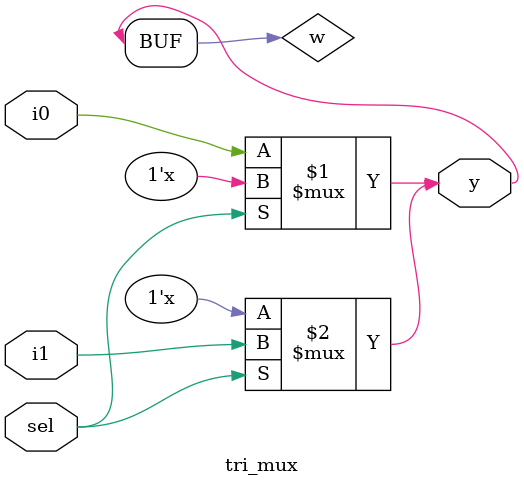
<source format=v>
module tri_mux(i0,i1,sel,y);
input i0,i1,sel;
output y;
wire w;
bufif0(w,i0,sel);
bufif1(w,i1,sel);
assign y=w;
endmodule


</source>
